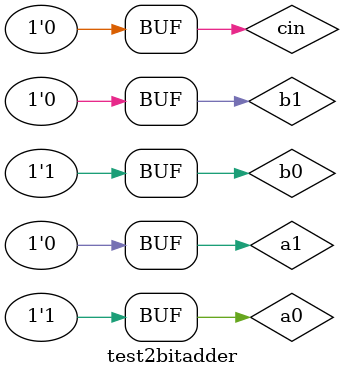
<source format=sv>
`timescale 1ns / 1ps

module test2bitadder();
    logic a0, b0, cin, a1, b1;
    logic s0, s1, cout;
    
    adder2bitstructural adder(a0, b0, cin, a1, b1, s0, s1, cout);
    initial begin
        a0 = 0; a1 = 0; b0 = 0; b1 = 0; cin = 0; #10;
        cin = 1; #10;
        b1 = 1; #10;
        cin = 0; #10;
        b0 = 1; #10;
        cin = 1; #10;
        b1 = 0; #10;
        cin = 0; #10;
        a1 = 1; b0 = 0; #10;
        cin = 1; #10;
        b1 = 1; #10;
        cin = 0; #10;
        b0 = 1; #10;
        cin = 1; #10;
        b1 = 0; #10;
        cin = 0; #10;
        a0 = 1; b0 = 0; #10;
        cin = 1; #10;
        b1 = 1; #10;
        cin = 0; #10;
        b0 = 1; #10;
        cin = 1; #10;
        b1 = 0; #10;
        cin = 0; #10;
        a1 = 0; b0 = 0; #10;
        cin = 1; #10;
        b1 = 1; #10;
        cin = 0; #10;
        b0 = 1; #10;
        cin = 1; #10;
        b1 = 0; #10;
        cin = 0; #10;
    end
endmodule
</source>
